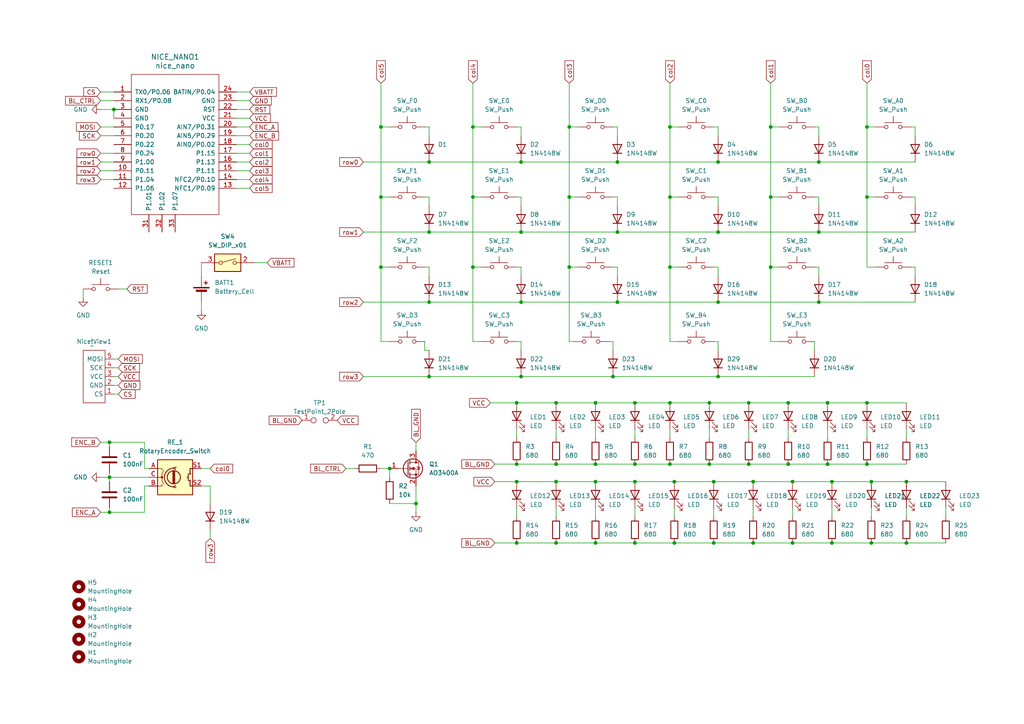
<source format=kicad_sch>
(kicad_sch (version 20230121) (generator eeschema)
  (paper "A4")
  (junction (at 31.75 128.27))
  (junction (at 241.3 139.7))
  (junction (at 124.46 109.22))
  (junction (at 194.31 116.84))
  (junction (at 184.15 134.62))
  (junction (at 124.46 67.31))
  (junction (at 151.13 87.63))
  (junction (at 161.29 157.48))
  (junction (at 124.46 87.63))
  (junction (at 184.15 139.7))
  (junction (at 237.49 87.63))
  (junction (at 252.73 139.7))
  (junction (at 237.49 67.31))
  (junction (at 237.49 46.99))
  (junction (at 217.17 116.84))
  (junction (at 31.75 148.59))
  (junction (at 194.31 134.62))
  (junction (at 149.86 139.7))
  (junction (at 240.03 134.62))
  (junction (at 195.58 139.7))
  (junction (at 151.13 109.22))
  (junction (at 205.74 134.62))
  (junction (at 217.17 134.62))
  (junction (at 184.15 116.84))
  (junction (at 124.46 46.99))
  (junction (at 113.03 135.89))
  (junction (at 207.01 139.7))
  (junction (at 172.72 116.84))
  (junction (at 149.86 157.48))
  (junction (at 262.89 157.48))
  (junction (at 179.07 46.99))
  (junction (at 251.46 116.84))
  (junction (at 223.52 57.15))
  (junction (at 194.31 57.15))
  (junction (at 228.6 134.62))
  (junction (at 251.46 134.62))
  (junction (at 223.52 36.83))
  (junction (at 241.3 157.48))
  (junction (at 165.1 77.47))
  (junction (at 179.07 87.63))
  (junction (at 262.89 139.7))
  (junction (at 165.1 57.15))
  (junction (at 251.46 36.83))
  (junction (at 240.03 116.84))
  (junction (at 149.86 134.62))
  (junction (at 184.15 157.48))
  (junction (at 161.29 116.84))
  (junction (at 207.01 157.48))
  (junction (at 252.73 157.48))
  (junction (at 208.28 109.22))
  (junction (at 120.65 146.05))
  (junction (at 218.44 157.48))
  (junction (at 208.28 46.99))
  (junction (at 165.1 36.83))
  (junction (at 137.16 57.15))
  (junction (at 179.07 67.31))
  (junction (at 137.16 36.83))
  (junction (at 195.58 157.48))
  (junction (at 151.13 46.99))
  (junction (at 251.46 57.15))
  (junction (at 194.31 77.47))
  (junction (at 33.02 31.75))
  (junction (at 161.29 134.62))
  (junction (at 205.74 116.84))
  (junction (at 177.8 109.22))
  (junction (at 149.86 116.84))
  (junction (at 218.44 139.7))
  (junction (at 194.31 36.83))
  (junction (at 151.13 67.31))
  (junction (at 110.49 36.83))
  (junction (at 208.28 67.31))
  (junction (at 110.49 57.15))
  (junction (at 223.52 77.47))
  (junction (at 172.72 139.7))
  (junction (at 229.87 157.48))
  (junction (at 137.16 77.47))
  (junction (at 208.28 87.63))
  (junction (at 228.6 116.84))
  (junction (at 31.75 138.43))
  (junction (at 110.49 77.47))
  (junction (at 172.72 157.48))
  (junction (at 172.72 134.62))
  (junction (at 229.87 139.7))
  (junction (at 161.29 139.7))
  (wire (pts (xy 251.46 116.84) (xy 262.89 116.84)))
  (wire (pts (xy 237.49 57.15) (xy 237.49 59.69)))
  (wire (pts (xy 137.16 99.06) (xy 139.7 99.06)))
  (wire (pts (xy 194.31 36.83) (xy 196.85 36.83)))
  (wire (pts (xy 31.75 128.27) (xy 31.75 129.54)))
  (wire (pts (xy 124.46 77.47) (xy 124.46 80.01)))
  (wire (pts (xy 143.51 139.7) (xy 149.86 139.7)))
  (wire (pts (xy 110.49 36.83) (xy 110.49 57.15)))
  (wire (pts (xy 228.6 116.84) (xy 240.03 116.84)))
  (wire (pts (xy 165.1 57.15) (xy 165.1 77.47)))
  (wire (pts (xy 240.03 134.62) (xy 251.46 134.62)))
  (wire (pts (xy 110.49 36.83) (xy 113.03 36.83)))
  (wire (pts (xy 252.73 157.48) (xy 262.89 157.48)))
  (wire (pts (xy 124.46 87.63) (xy 151.13 87.63)))
  (wire (pts (xy 29.21 39.37) (xy 33.02 39.37)))
  (wire (pts (xy 165.1 77.47) (xy 167.64 77.47)))
  (wire (pts (xy 205.74 116.84) (xy 217.17 116.84)))
  (wire (pts (xy 68.58 54.61) (xy 72.39 54.61)))
  (wire (pts (xy 68.58 52.07) (xy 72.39 52.07)))
  (wire (pts (xy 120.65 146.05) (xy 120.65 148.59)))
  (wire (pts (xy 236.22 36.83) (xy 237.49 36.83)))
  (wire (pts (xy 123.19 101.6) (xy 123.19 99.06)))
  (wire (pts (xy 29.21 138.43) (xy 31.75 138.43)))
  (wire (pts (xy 236.22 57.15) (xy 237.49 57.15)))
  (wire (pts (xy 33.02 31.75) (xy 33.02 34.29)))
  (wire (pts (xy 179.07 57.15) (xy 179.07 59.69)))
  (wire (pts (xy 120.65 128.27) (xy 120.65 130.81)))
  (wire (pts (xy 29.21 26.67) (xy 33.02 26.67)))
  (wire (pts (xy 68.58 36.83) (xy 72.39 36.83)))
  (wire (pts (xy 194.31 57.15) (xy 194.31 77.47)))
  (wire (pts (xy 123.19 36.83) (xy 124.46 36.83)))
  (wire (pts (xy 229.87 157.48) (xy 241.3 157.48)))
  (wire (pts (xy 41.91 140.97) (xy 43.18 140.97)))
  (wire (pts (xy 172.72 124.46) (xy 172.72 127)))
  (wire (pts (xy 265.43 36.83) (xy 265.43 39.37)))
  (wire (pts (xy 184.15 157.48) (xy 195.58 157.48)))
  (wire (pts (xy 143.51 157.48) (xy 149.86 157.48)))
  (wire (pts (xy 207.01 139.7) (xy 218.44 139.7)))
  (wire (pts (xy 110.49 99.06) (xy 113.03 99.06)))
  (wire (pts (xy 142.24 116.84) (xy 149.86 116.84)))
  (wire (pts (xy 236.22 99.06) (xy 236.22 101.6)))
  (wire (pts (xy 252.73 147.32) (xy 252.73 149.86)))
  (wire (pts (xy 58.42 140.97) (xy 60.96 140.97)))
  (wire (pts (xy 184.15 147.32) (xy 184.15 149.86)))
  (wire (pts (xy 151.13 109.22) (xy 177.8 109.22)))
  (wire (pts (xy 208.28 46.99) (xy 237.49 46.99)))
  (wire (pts (xy 149.86 116.84) (xy 161.29 116.84)))
  (wire (pts (xy 262.89 139.7) (xy 274.32 139.7)))
  (wire (pts (xy 184.15 139.7) (xy 195.58 139.7)))
  (wire (pts (xy 195.58 139.7) (xy 207.01 139.7)))
  (wire (pts (xy 237.49 87.63) (xy 265.43 87.63)))
  (wire (pts (xy 161.29 147.32) (xy 161.29 149.86)))
  (wire (pts (xy 223.52 77.47) (xy 226.06 77.47)))
  (wire (pts (xy 137.16 77.47) (xy 137.16 99.06)))
  (wire (pts (xy 68.58 49.53) (xy 72.39 49.53)))
  (wire (pts (xy 123.19 77.47) (xy 124.46 77.47)))
  (wire (pts (xy 31.75 137.16) (xy 31.75 138.43)))
  (wire (pts (xy 110.49 77.47) (xy 113.03 77.47)))
  (wire (pts (xy 262.89 157.48) (xy 274.32 157.48)))
  (wire (pts (xy 184.15 124.46) (xy 184.15 127)))
  (wire (pts (xy 229.87 139.7) (xy 241.3 139.7)))
  (wire (pts (xy 251.46 57.15) (xy 251.46 77.47)))
  (wire (pts (xy 31.75 138.43) (xy 31.75 139.7)))
  (wire (pts (xy 60.96 140.97) (xy 60.96 146.05)))
  (wire (pts (xy 194.31 77.47) (xy 196.85 77.47)))
  (wire (pts (xy 194.31 116.84) (xy 205.74 116.84)))
  (wire (pts (xy 217.17 124.46) (xy 217.17 127)))
  (wire (pts (xy 262.89 147.32) (xy 262.89 149.86)))
  (wire (pts (xy 223.52 36.83) (xy 223.52 57.15)))
  (wire (pts (xy 165.1 36.83) (xy 167.64 36.83)))
  (wire (pts (xy 34.29 83.82) (xy 36.83 83.82)))
  (wire (pts (xy 241.3 139.7) (xy 252.73 139.7)))
  (wire (pts (xy 151.13 36.83) (xy 151.13 39.37)))
  (wire (pts (xy 29.21 49.53) (xy 33.02 49.53)))
  (wire (pts (xy 161.29 134.62) (xy 172.72 134.62)))
  (wire (pts (xy 137.16 57.15) (xy 137.16 77.47)))
  (wire (pts (xy 105.41 87.63) (xy 124.46 87.63)))
  (wire (pts (xy 237.49 36.83) (xy 237.49 39.37)))
  (wire (pts (xy 29.21 46.99) (xy 33.02 46.99)))
  (wire (pts (xy 262.89 124.46) (xy 262.89 127)))
  (wire (pts (xy 110.49 57.15) (xy 110.49 77.47)))
  (wire (pts (xy 33.02 114.3) (xy 34.29 114.3)))
  (wire (pts (xy 241.3 147.32) (xy 241.3 149.86)))
  (wire (pts (xy 177.8 99.06) (xy 177.8 101.6)))
  (wire (pts (xy 165.1 57.15) (xy 167.64 57.15)))
  (wire (pts (xy 149.86 124.46) (xy 149.86 127)))
  (wire (pts (xy 31.75 128.27) (xy 41.91 128.27)))
  (wire (pts (xy 240.03 124.46) (xy 240.03 127)))
  (wire (pts (xy 177.8 36.83) (xy 179.07 36.83)))
  (wire (pts (xy 161.29 124.46) (xy 161.29 127)))
  (wire (pts (xy 179.07 46.99) (xy 208.28 46.99)))
  (wire (pts (xy 194.31 99.06) (xy 196.85 99.06)))
  (wire (pts (xy 172.72 157.48) (xy 184.15 157.48)))
  (wire (pts (xy 137.16 77.47) (xy 139.7 77.47)))
  (wire (pts (xy 33.02 106.68) (xy 34.29 106.68)))
  (wire (pts (xy 124.46 57.15) (xy 124.46 59.69)))
  (wire (pts (xy 165.1 36.83) (xy 165.1 57.15)))
  (wire (pts (xy 100.33 135.89) (xy 102.87 135.89)))
  (wire (pts (xy 149.86 77.47) (xy 151.13 77.47)))
  (wire (pts (xy 208.28 77.47) (xy 208.28 80.01)))
  (wire (pts (xy 172.72 139.7) (xy 184.15 139.7)))
  (wire (pts (xy 228.6 124.46) (xy 228.6 127)))
  (wire (pts (xy 207.01 36.83) (xy 208.28 36.83)))
  (wire (pts (xy 137.16 36.83) (xy 137.16 57.15)))
  (wire (pts (xy 31.75 148.59) (xy 41.91 148.59)))
  (wire (pts (xy 223.52 99.06) (xy 226.06 99.06)))
  (wire (pts (xy 41.91 148.59) (xy 41.91 140.97)))
  (wire (pts (xy 68.58 29.21) (xy 72.39 29.21)))
  (wire (pts (xy 184.15 134.62) (xy 194.31 134.62)))
  (wire (pts (xy 124.46 46.99) (xy 151.13 46.99)))
  (wire (pts (xy 207.01 147.32) (xy 207.01 149.86)))
  (wire (pts (xy 58.42 135.89) (xy 60.96 135.89)))
  (wire (pts (xy 33.02 109.22) (xy 34.29 109.22)))
  (wire (pts (xy 29.21 148.59) (xy 31.75 148.59)))
  (wire (pts (xy 194.31 36.83) (xy 194.31 57.15)))
  (wire (pts (xy 208.28 99.06) (xy 208.28 101.6)))
  (wire (pts (xy 165.1 99.06) (xy 166.37 99.06)))
  (wire (pts (xy 208.28 67.31) (xy 237.49 67.31)))
  (wire (pts (xy 172.72 116.84) (xy 184.15 116.84)))
  (wire (pts (xy 68.58 26.67) (xy 72.39 26.67)))
  (wire (pts (xy 218.44 139.7) (xy 229.87 139.7)))
  (wire (pts (xy 264.16 36.83) (xy 265.43 36.83)))
  (wire (pts (xy 151.13 99.06) (xy 151.13 101.6)))
  (wire (pts (xy 184.15 116.84) (xy 194.31 116.84)))
  (wire (pts (xy 223.52 24.13) (xy 223.52 36.83)))
  (wire (pts (xy 251.46 77.47) (xy 254 77.47)))
  (wire (pts (xy 207.01 157.48) (xy 218.44 157.48)))
  (wire (pts (xy 123.19 57.15) (xy 124.46 57.15)))
  (wire (pts (xy 229.87 147.32) (xy 229.87 149.86)))
  (wire (pts (xy 208.28 36.83) (xy 208.28 39.37)))
  (wire (pts (xy 241.3 157.48) (xy 252.73 157.48)))
  (wire (pts (xy 240.03 116.84) (xy 251.46 116.84)))
  (wire (pts (xy 29.21 29.21) (xy 33.02 29.21)))
  (wire (pts (xy 194.31 24.13) (xy 194.31 36.83)))
  (wire (pts (xy 177.8 77.47) (xy 179.07 77.47)))
  (wire (pts (xy 208.28 87.63) (xy 237.49 87.63)))
  (wire (pts (xy 223.52 77.47) (xy 223.52 99.06)))
  (wire (pts (xy 251.46 36.83) (xy 251.46 57.15)))
  (wire (pts (xy 237.49 67.31) (xy 265.43 67.31)))
  (wire (pts (xy 110.49 135.89) (xy 113.03 135.89)))
  (wire (pts (xy 194.31 124.46) (xy 194.31 127)))
  (wire (pts (xy 149.86 36.83) (xy 151.13 36.83)))
  (wire (pts (xy 236.22 77.47) (xy 237.49 77.47)))
  (wire (pts (xy 137.16 36.83) (xy 139.7 36.83)))
  (wire (pts (xy 68.58 31.75) (xy 72.39 31.75)))
  (wire (pts (xy 194.31 77.47) (xy 194.31 99.06)))
  (wire (pts (xy 251.46 24.13) (xy 251.46 36.83)))
  (wire (pts (xy 149.86 147.32) (xy 149.86 149.86)))
  (wire (pts (xy 207.01 57.15) (xy 208.28 57.15)))
  (wire (pts (xy 124.46 109.22) (xy 151.13 109.22)))
  (wire (pts (xy 41.91 128.27) (xy 41.91 135.89)))
  (wire (pts (xy 217.17 134.62) (xy 228.6 134.62)))
  (wire (pts (xy 177.8 57.15) (xy 179.07 57.15)))
  (wire (pts (xy 29.21 52.07) (xy 33.02 52.07)))
  (wire (pts (xy 110.49 24.13) (xy 110.49 36.83)))
  (wire (pts (xy 24.13 83.82) (xy 24.13 86.36)))
  (wire (pts (xy 110.49 77.47) (xy 110.49 99.06)))
  (wire (pts (xy 172.72 147.32) (xy 172.72 149.86)))
  (wire (pts (xy 105.41 46.99) (xy 124.46 46.99)))
  (wire (pts (xy 105.41 67.31) (xy 124.46 67.31)))
  (wire (pts (xy 105.41 109.22) (xy 124.46 109.22)))
  (wire (pts (xy 172.72 134.62) (xy 184.15 134.62)))
  (wire (pts (xy 251.46 36.83) (xy 254 36.83)))
  (wire (pts (xy 137.16 24.13) (xy 137.16 36.83)))
  (wire (pts (xy 73.66 76.2) (xy 77.47 76.2)))
  (wire (pts (xy 151.13 57.15) (xy 151.13 59.69)))
  (wire (pts (xy 179.07 77.47) (xy 179.07 80.01)))
  (wire (pts (xy 60.96 153.67) (xy 60.96 156.21)))
  (wire (pts (xy 205.74 124.46) (xy 205.74 127)))
  (wire (pts (xy 207.01 99.06) (xy 208.28 99.06)))
  (wire (pts (xy 223.52 57.15) (xy 223.52 77.47)))
  (wire (pts (xy 252.73 139.7) (xy 262.89 139.7)))
  (wire (pts (xy 194.31 134.62) (xy 205.74 134.62)))
  (wire (pts (xy 179.07 36.83) (xy 179.07 39.37)))
  (wire (pts (xy 236.22 109.22) (xy 208.28 109.22)))
  (wire (pts (xy 179.07 67.31) (xy 208.28 67.31)))
  (wire (pts (xy 29.21 44.45) (xy 33.02 44.45)))
  (wire (pts (xy 113.03 135.89) (xy 113.03 138.43)))
  (wire (pts (xy 124.46 67.31) (xy 151.13 67.31)))
  (wire (pts (xy 68.58 39.37) (xy 72.39 39.37)))
  (wire (pts (xy 151.13 77.47) (xy 151.13 80.01)))
  (wire (pts (xy 68.58 46.99) (xy 72.39 46.99)))
  (wire (pts (xy 218.44 147.32) (xy 218.44 149.86)))
  (wire (pts (xy 29.21 128.27) (xy 31.75 128.27)))
  (wire (pts (xy 137.16 57.15) (xy 139.7 57.15)))
  (wire (pts (xy 151.13 99.06) (xy 149.86 99.06)))
  (wire (pts (xy 237.49 77.47) (xy 237.49 80.01)))
  (wire (pts (xy 251.46 57.15) (xy 254 57.15)))
  (wire (pts (xy 223.52 36.83) (xy 226.06 36.83)))
  (wire (pts (xy 143.51 134.62) (xy 149.86 134.62)))
  (wire (pts (xy 149.86 134.62) (xy 161.29 134.62)))
  (wire (pts (xy 58.42 76.2) (xy 58.42 80.01)))
  (wire (pts (xy 151.13 67.31) (xy 179.07 67.31)))
  (wire (pts (xy 161.29 139.7) (xy 172.72 139.7)))
  (wire (pts (xy 251.46 124.46) (xy 251.46 127)))
  (wire (pts (xy 264.16 57.15) (xy 265.43 57.15)))
  (wire (pts (xy 151.13 46.99) (xy 179.07 46.99)))
  (wire (pts (xy 31.75 138.43) (xy 43.18 138.43)))
  (wire (pts (xy 68.58 44.45) (xy 72.39 44.45)))
  (wire (pts (xy 41.91 135.89) (xy 43.18 135.89)))
  (wire (pts (xy 29.21 31.75) (xy 33.02 31.75)))
  (wire (pts (xy 58.42 87.63) (xy 58.42 90.17)))
  (wire (pts (xy 149.86 157.48) (xy 161.29 157.48)))
  (wire (pts (xy 33.02 111.76) (xy 34.29 111.76)))
  (wire (pts (xy 177.8 109.22) (xy 208.28 109.22)))
  (wire (pts (xy 274.32 147.32) (xy 274.32 149.86)))
  (wire (pts (xy 120.65 140.97) (xy 120.65 146.05)))
  (wire (pts (xy 161.29 157.48) (xy 172.72 157.48)))
  (wire (pts (xy 264.16 77.47) (xy 265.43 77.47)))
  (wire (pts (xy 265.43 77.47) (xy 265.43 80.01)))
  (wire (pts (xy 149.86 139.7) (xy 161.29 139.7)))
  (wire (pts (xy 113.03 146.05) (xy 120.65 146.05)))
  (wire (pts (xy 195.58 157.48) (xy 207.01 157.48)))
  (wire (pts (xy 194.31 57.15) (xy 196.85 57.15)))
  (wire (pts (xy 223.52 57.15) (xy 226.06 57.15)))
  (wire (pts (xy 110.49 57.15) (xy 113.03 57.15)))
  (wire (pts (xy 217.17 116.84) (xy 228.6 116.84)))
  (wire (pts (xy 33.02 104.14) (xy 34.29 104.14)))
  (wire (pts (xy 176.53 99.06) (xy 177.8 99.06)))
  (wire (pts (xy 208.28 57.15) (xy 208.28 59.69)))
  (wire (pts (xy 179.07 87.63) (xy 208.28 87.63)))
  (wire (pts (xy 124.46 101.6) (xy 123.19 101.6)))
  (wire (pts (xy 207.01 77.47) (xy 208.28 77.47)))
  (wire (pts (xy 151.13 87.63) (xy 179.07 87.63)))
  (wire (pts (xy 31.75 147.32) (xy 31.75 148.59)))
  (wire (pts (xy 165.1 24.13) (xy 165.1 36.83)))
  (wire (pts (xy 237.49 46.99) (xy 265.43 46.99)))
  (wire (pts (xy 195.58 147.32) (xy 195.58 149.86)))
  (wire (pts (xy 218.44 157.48) (xy 229.87 157.48)))
  (wire (pts (xy 228.6 134.62) (xy 240.03 134.62)))
  (wire (pts (xy 205.74 134.62) (xy 217.17 134.62)))
  (wire (pts (xy 124.46 36.83) (xy 124.46 39.37)))
  (wire (pts (xy 265.43 57.15) (xy 265.43 59.69)))
  (wire (pts (xy 161.29 116.84) (xy 172.72 116.84)))
  (wire (pts (xy 251.46 134.62) (xy 262.89 134.62)))
  (wire (pts (xy 165.1 77.47) (xy 165.1 99.06)))
  (wire (pts (xy 149.86 57.15) (xy 151.13 57.15)))
  (wire (pts (xy 68.58 41.91) (xy 72.39 41.91)))
  (wire (pts (xy 68.58 34.29) (xy 72.39 34.29)))
  (wire (pts (xy 29.21 36.83) (xy 33.02 36.83)))
  (global_label "VCC" (shape input) (at 142.24 116.84 180) (property "Intersheetrefs" "${INTERSHEET_REFS}" (effects hide)))
  (global_label "BL_CTRL" (shape input) (at 100.33 135.89 180) (property "Intersheetrefs" "${INTERSHEET_REFS}" (effects hide)))
  (global_label "row2" (shape input) (at 105.41 87.63 180) (property "Intersheetrefs" "${INTERSHEET_REFS}" (effects hide)))
  (global_label "MOSI" (shape input) (at 29.21 36.83 180) (property "Intersheetrefs" "${INTERSHEET_REFS}" (effects hide)))
  (global_label "ENC_A" (shape input) (at 72.39 36.83 0) (property "Intersheetrefs" "${INTERSHEET_REFS}" (effects hide)))
  (global_label "col0" (shape input) (at 60.96 135.89 0) (property "Intersheetrefs" "${INTERSHEET_REFS}" (effects hide)))
  (global_label "VCC" (shape input) (at 34.29 109.22 0) (property "Intersheetrefs" "${INTERSHEET_REFS}" (effects hide)))
  (global_label "BL_GND" (shape input) (at 143.51 157.48 180) (property "Intersheetrefs" "${INTERSHEET_REFS}" (effects hide)))
  (global_label "RST" (shape input) (at 72.39 31.75 0) (property "Intersheetrefs" "${INTERSHEET_REFS}" (effects hide)))
  (global_label "row3" (shape input) (at 105.41 109.22 180) (property "Intersheetrefs" "${INTERSHEET_REFS}" (effects hide)))
  (global_label "row3" (shape input) (at 60.96 156.21 270) (property "Intersheetrefs" "${INTERSHEET_REFS}" (effects hide)))
  (global_label "CS" (shape input) (at 34.29 114.3 0) (property "Intersheetrefs" "${INTERSHEET_REFS}" (effects hide)))
  (global_label "col3" (shape input) (at 165.1 24.13 90) (property "Intersheetrefs" "${INTERSHEET_REFS}" (effects hide)))
  (global_label "col5" (shape input) (at 72.39 54.61 0) (property "Intersheetrefs" "${INTERSHEET_REFS}" (effects hide)))
  (global_label "col2" (shape input) (at 72.39 46.99 0) (property "Intersheetrefs" "${INTERSHEET_REFS}" (effects hide)))
  (global_label "col1" (shape input) (at 72.39 44.45 0) (property "Intersheetrefs" "${INTERSHEET_REFS}" (effects hide)))
  (global_label "BL_GND" (shape input) (at 87.63 121.92 180) (property "Intersheetrefs" "${INTERSHEET_REFS}" (effects hide)))
  (global_label "col1" (shape input) (at 223.52 24.13 90) (property "Intersheetrefs" "${INTERSHEET_REFS}" (effects hide)))
  (global_label "BL_GND" (shape input) (at 143.51 134.62 180) (property "Intersheetrefs" "${INTERSHEET_REFS}" (effects hide)))
  (global_label "BL_GND" (shape input) (at 120.65 128.27 90) (property "Intersheetrefs" "${INTERSHEET_REFS}" (effects hide)))
  (global_label "VCC" (shape input) (at 72.39 34.29 0) (property "Intersheetrefs" "${INTERSHEET_REFS}" (effects hide)))
  (global_label "GND" (shape input) (at 34.29 111.76 0) (property "Intersheetrefs" "${INTERSHEET_REFS}" (effects hide)))
  (global_label "ENC_A" (shape input) (at 29.21 148.59 180) (property "Intersheetrefs" "${INTERSHEET_REFS}" (effects hide)))
  (global_label "col0" (shape input) (at 251.46 24.13 90) (property "Intersheetrefs" "${INTERSHEET_REFS}" (effects hide)))
  (global_label "VBATT" (shape input) (at 77.47 76.2 0) (property "Intersheetrefs" "${INTERSHEET_REFS}" (effects hide)))
  (global_label "GND" (shape input) (at 72.39 29.21 0) (property "Intersheetrefs" "${INTERSHEET_REFS}" (effects hide)))
  (global_label "SCK" (shape input) (at 29.21 39.37 180) (property "Intersheetrefs" "${INTERSHEET_REFS}" (effects hide)))
  (global_label "row0" (shape input) (at 29.21 44.45 180) (property "Intersheetrefs" "${INTERSHEET_REFS}" (effects hide)))
  (global_label "col4" (shape input) (at 137.16 24.13 90) (property "Intersheetrefs" "${INTERSHEET_REFS}" (effects hide)))
  (global_label "VCC" (shape input) (at 143.51 139.7 180) (property "Intersheetrefs" "${INTERSHEET_REFS}" (effects hide)))
  (global_label "RST" (shape input) (at 36.83 83.82 0) (property "Intersheetrefs" "${INTERSHEET_REFS}" (effects hide)))
  (global_label "row1" (shape input) (at 29.21 46.99 180) (property "Intersheetrefs" "${INTERSHEET_REFS}" (effects hide)))
  (global_label "BL_CTRL" (shape input) (at 29.21 29.21 180) (property "Intersheetrefs" "${INTERSHEET_REFS}" (effects hide)))
  (global_label "VCC" (shape input) (at 97.79 121.92 0) (property "Intersheetrefs" "${INTERSHEET_REFS}" (effects hide)))
  (global_label "SCK" (shape input) (at 34.29 106.68 0) (property "Intersheetrefs" "${INTERSHEET_REFS}" (effects hide)))
  (global_label "col4" (shape input) (at 72.39 52.07 0) (property "Intersheetrefs" "${INTERSHEET_REFS}" (effects hide)))
  (global_label "row2" (shape input) (at 29.21 49.53 180) (property "Intersheetrefs" "${INTERSHEET_REFS}" (effects hide)))
  (global_label "row0" (shape input) (at 105.41 46.99 180) (property "Intersheetrefs" "${INTERSHEET_REFS}" (effects hide)))
  (global_label "ENC_B" (shape input) (at 72.39 39.37 0) (property "Intersheetrefs" "${INTERSHEET_REFS}" (effects hide)))
  (global_label "col3" (shape input) (at 72.39 49.53 0) (property "Intersheetrefs" "${INTERSHEET_REFS}" (effects hide)))
  (global_label "VBATT" (shape input) (at 72.39 26.67 0) (property "Intersheetrefs" "${INTERSHEET_REFS}" (effects hide)))
  (global_label "MOSI" (shape input) (at 34.29 104.14 0) (property "Intersheetrefs" "${INTERSHEET_REFS}" (effects hide)))
  (global_label "col5" (shape input) (at 110.49 24.13 90) (property "Intersheetrefs" "${INTERSHEET_REFS}" (effects hide)))
  (global_label "ENC_B" (shape input) (at 29.21 128.27 180) (property "Intersheetrefs" "${INTERSHEET_REFS}" (effects hide)))
  (global_label "row1" (shape input) (at 105.41 67.31 180) (property "Intersheetrefs" "${INTERSHEET_REFS}" (effects hide)))
  (global_label "row3" (shape input) (at 29.21 52.07 180) (property "Intersheetrefs" "${INTERSHEET_REFS}" (effects hide)))
  (global_label "col0" (shape input) (at 72.39 41.91 0) (property "Intersheetrefs" "${INTERSHEET_REFS}" (effects hide)))
  (global_label "col2" (shape input) (at 194.31 24.13 90) (property "Intersheetrefs" "${INTERSHEET_REFS}" (effects hide)))
  (global_label "CS" (shape input) (at 29.21 26.67 180) (property "Intersheetrefs" "${INTERSHEET_REFS}" (effects hide)))
  (symbol (lib_id "RolioSymbols:PG1350_Socket") (at 231.14 36.83 0) (unit 1)
    (property "Reference" "SW_B0" (at 231.14 29.21 0))
    (property "Value" "SW_Push" (at 231.14 31.75 0))
    (property "Footprint" "RolioSymbols:Kailh_socket_PG1350" (effects hide))
  )
  (symbol (lib_id "Diode:1N4148W") (at 124.46 63.5 90) (unit 1)
    (property "Reference" "D7" (at 127 62.23 90) (effects (justify right)))
    (property "Value" "1N4148W" (at 127 64.77 90) (effects (justify right)))
    (property "Footprint" "Diode_SMD:D_SOD-123" (effects hide))
    (property "Datasheet" "https://www.vishay.com/docs/85748/1n4148w.pdf" (effects hide))
    (property "Sim.Device" "D" (effects hide))
    (property "Sim.Pins" "1=K 2=A" (effects hide))
  )
  (symbol (lib_id "Device:LED") (at 149.86 120.65 90) (unit 1)
    (property "Reference" "LED1" (at 153.67 120.9675 90) (effects (justify right)))
    (property "Value" "LED" (at 153.67 123.5075 90) (effects (justify right)))
    (property "Footprint" "LED_SMD:LED_0805_2012Metric" (effects hide))
  )
  (symbol (lib_id "Device:R") (at 161.29 130.81 180) (unit 1)
    (property "Reference" "R4" (at 163.83 129.54 0) (effects (justify right)))
    (property "Value" "680" (at 163.83 132.08 0) (effects (justify right)))
    (property "Footprint" "Resistor_SMD:R_0805_2012Metric" (effects hide))
  )
  (symbol (lib_id "Diode:1N4148W") (at 151.13 105.41 90) (unit 1)
    (property "Reference" "D22" (at 153.67 104.14 90) (effects (justify right)))
    (property "Value" "1N4148W" (at 153.67 106.68 90) (effects (justify right)))
    (property "Footprint" "Diode_SMD:D_SOD-123" (effects hide))
    (property "Datasheet" "https://www.vishay.com/docs/85748/1n4148w.pdf" (effects hide))
    (property "Sim.Device" "D" (effects hide))
    (property "Sim.Pins" "1=K 2=A" (effects hide))
  )
  (symbol (lib_id "RolioSymbols:PG1350_Socket") (at 171.45 99.06 0) (unit 1)
    (property "Reference" "SW_B3" (at 171.45 91.44 0))
    (property "Value" "SW_Push" (at 171.45 93.98 0))
    (property "Footprint" "RolioSymbols:Kailh_socket_PG1350" (effects hide))
  )
  (symbol (lib_id "Device:R") (at 217.17 130.81 180) (unit 1)
    (property "Reference" "R9" (at 219.71 129.54 0) (effects (justify right)))
    (property "Value" "680" (at 219.71 132.08 0) (effects (justify right)))
    (property "Footprint" "Resistor_SMD:R_0805_2012Metric" (effects hide))
  )
  (symbol (lib_id "Device:R") (at 106.68 135.89 90) (unit 1)
    (property "Reference" "R1" (at 106.68 129.54 90))
    (property "Value" "470" (at 106.68 132.08 90))
    (property "Footprint" "Resistor_SMD:R_0805_2012Metric" (effects hide))
  )
  (symbol (lib_id "Switch:SW_Push") (at 29.21 83.82 0) (unit 1)
    (property "Reference" "RESET1" (at 29.21 76.2 0))
    (property "Value" "Reset" (at 29.21 78.74 0))
    (property "Footprint" "Button_Switch_SMD:SW_Tactile_SPST_NO_Straight_CK_PTS636Sx25SMTRLFS" (effects hide))
  )
  (symbol (lib_id "Diode:1N4148W") (at 124.46 105.41 90) (unit 1)
    (property "Reference" "D21" (at 127 104.14 90) (effects (justify right)))
    (property "Value" "1N4148W" (at 127 106.68 90) (effects (justify right)))
    (property "Footprint" "Diode_SMD:D_SOD-123" (effects hide))
    (property "Datasheet" "https://www.vishay.com/docs/85748/1n4148w.pdf" (effects hide))
    (property "Sim.Device" "D" (effects hide))
    (property "Sim.Pins" "1=K 2=A" (effects hide))
  )
  (symbol (lib_id "Device:R") (at 241.3 153.67 180) (unit 1)
    (property "Reference" "R22" (at 243.84 152.4 0) (effects (justify right)))
    (property "Value" "680" (at 243.84 154.94 0) (effects (justify right)))
    (property "Footprint" "Resistor_SMD:R_0805_2012Metric" (effects hide))
  )
  (symbol (lib_id "Diode:1N4148W") (at 208.28 105.41 90) (unit 1)
    (property "Reference" "D29" (at 210.82 104.14 90) (effects (justify right)))
    (property "Value" "1N4148W" (at 210.82 106.68 90) (effects (justify right)))
    (property "Footprint" "Diode_SMD:D_SOD-123" (effects hide))
    (property "Datasheet" "https://www.vishay.com/docs/85748/1n4148w.pdf" (effects hide))
    (property "Sim.Device" "D" (effects hide))
    (property "Sim.Pins" "1=K 2=A" (effects hide))
  )
  (symbol (lib_id "Device:LED") (at 274.32 143.51 90) (unit 1)
    (property "Reference" "LED23" (at 278.13 143.8275 90) (effects (justify right)))
    (property "Value" "LED" (at 278.13 146.3675 90) (effects (justify right)))
    (property "Footprint" "LED_SMD:LED_0805_2012Metric" (effects hide))
  )
  (symbol (lib_id "power:GND") (at 120.65 148.59 0) (unit 1)
    (property "Reference" "#PWR03" (effects hide))
    (property "Value" "GND" (at 120.65 153.67 0))
  )
  (symbol (lib_id "Diode:1N4148W") (at 177.8 105.41 90) (unit 1)
    (property "Reference" "D23" (at 180.34 104.14 90) (effects (justify right)))
    (property "Value" "1N4148W" (at 180.34 106.68 90) (effects (justify right)))
    (property "Footprint" "Diode_SMD:D_SOD-123" (effects hide))
    (property "Datasheet" "https://www.vishay.com/docs/85748/1n4148w.pdf" (effects hide))
    (property "Sim.Device" "D" (effects hide))
    (property "Sim.Pins" "1=K 2=A" (effects hide))
  )
  (symbol (lib_id "NiceView:NiceView") (at 27.94 109.22 0) (unit 1)
    (property "Reference" "Nice!View1" (at 27.305 99.06 0))
    (property "Value" "~" (at 26.67 100.33 0))
    (property "Footprint" "Connector_PinHeader_2.54mm:PinHeader_1x05_P2.54mm_Vertical" (effects hide))
  )
  (symbol (lib_id "RolioSymbols:PG1350_Socket") (at 259.08 77.47 0) (unit 1)
    (property "Reference" "SW_A2" (at 259.08 69.85 0))
    (property "Value" "SW_Push" (at 259.08 72.39 0))
    (property "Footprint" "RolioSymbols:Kailh_socket_PG1350" (effects hide))
  )
  (symbol (lib_id "Device:R") (at 207.01 153.67 180) (unit 1)
    (property "Reference" "R19" (at 209.55 152.4 0) (effects (justify right)))
    (property "Value" "680" (at 209.55 154.94 0) (effects (justify right)))
    (property "Footprint" "Resistor_SMD:R_0805_2012Metric" (effects hide))
  )
  (symbol (lib_id "Device:R") (at 251.46 130.81 180) (unit 1)
    (property "Reference" "R12" (at 254 129.54 0) (effects (justify right)))
    (property "Value" "680" (at 254 132.08 0) (effects (justify right)))
    (property "Footprint" "Resistor_SMD:R_0805_2012Metric" (effects hide))
  )
  (symbol (lib_id "RolioSymbols:PG1350_Socket") (at 118.11 57.15 0) (unit 1)
    (property "Reference" "SW_F1" (at 118.11 49.53 0))
    (property "Value" "SW_Push" (at 118.11 52.07 0))
    (property "Footprint" "RolioSymbols:Kailh_socket_PG1350" (effects hide))
  )
  (symbol (lib_id "RolioSymbols:PG1350_Socket") (at 172.72 77.47 0) (unit 1)
    (property "Reference" "SW_D2" (at 172.72 69.85 0))
    (property "Value" "SW_Push" (at 172.72 72.39 0))
    (property "Footprint" "RolioSymbols:Kailh_socket_PG1350" (effects hide))
  )
  (symbol (lib_id "Device:R") (at 172.72 153.67 180) (unit 1)
    (property "Reference" "R16" (at 175.26 152.4 0) (effects (justify right)))
    (property "Value" "680" (at 175.26 154.94 0) (effects (justify right)))
    (property "Footprint" "Resistor_SMD:R_0805_2012Metric" (effects hide))
  )
  (symbol (lib_id "Device:R") (at 252.73 153.67 180) (unit 1)
    (property "Reference" "R23" (at 255.27 152.4 0) (effects (justify right)))
    (property "Value" "680" (at 255.27 154.94 0) (effects (justify right)))
    (property "Footprint" "Resistor_SMD:R_0805_2012Metric" (effects hide))
  )
  (symbol (lib_id "Device:R") (at 262.89 130.81 180) (unit 1)
    (property "Reference" "R13" (at 265.43 129.54 0) (effects (justify right)))
    (property "Value" "680" (at 265.43 132.08 0) (effects (justify right)))
    (property "Footprint" "Resistor_SMD:R_0805_2012Metric" (effects hide))
  )
  (symbol (lib_id "Device:R") (at 194.31 130.81 180) (unit 1)
    (property "Reference" "R7" (at 196.85 129.54 0) (effects (justify right)))
    (property "Value" "680" (at 196.85 132.08 0) (effects (justify right)))
    (property "Footprint" "Resistor_SMD:R_0805_2012Metric" (effects hide))
  )
  (symbol (lib_id "Diode:1N4148W") (at 124.46 43.18 90) (unit 1)
    (property "Reference" "D1" (at 127 41.91 90) (effects (justify right)))
    (property "Value" "1N4148W" (effects hide))
    (property "Footprint" "Diode_SMD:D_SOD-123" (effects hide))
    (property "Datasheet" "https://www.vishay.com/docs/85748/1n4148w.pdf" (effects hide))
    (property "Sim.Device" "D" (effects hide))
    (property "Sim.Pins" "1=K 2=A" (effects hide))
  )
  (symbol (lib_id "Mechanical:MountingHole") (at 22.86 180.34 0) (unit 1)
    (property "Reference" "H3" (at 25.4 179.07 0) (effects (justify left)))
    (property "Value" "MountingHole" (at 25.4 181.61 0) (effects (justify left)))
    (property "Footprint" "MountingHole:MountingHole_4.3mm_M4" (effects hide))
  )
  (symbol (lib_id "Mechanical:MountingHole") (at 22.86 185.42 0) (unit 1)
    (property "Reference" "H2" (at 25.4 184.15 0) (effects (justify left)))
    (property "Value" "MountingHole" (at 25.4 186.69 0) (effects (justify left)))
    (property "Footprint" "MountingHole:MountingHole_4.3mm_M4" (effects hide))
  )
  (symbol (lib_id "Diode:1N4148W") (at 179.07 63.5 90) (unit 1)
    (property "Reference" "D9" (at 181.61 62.23 90) (effects (justify right)))
    (property "Value" "1N4148W" (at 181.61 64.77 90) (effects (justify right)))
    (property "Footprint" "Diode_SMD:D_SOD-123" (effects hide))
    (property "Datasheet" "https://www.vishay.com/docs/85748/1n4148w.pdf" (effects hide))
    (property "Sim.Device" "D" (effects hide))
    (property "Sim.Pins" "1=K 2=A" (effects hide))
  )
  (symbol (lib_id "Device:LED") (at 161.29 143.51 90) (unit 1)
    (property "Reference" "LED13" (at 165.1 143.8275 90) (effects (justify right)))
    (property "Value" "LED" (at 165.1 146.3675 90) (effects (justify right)))
    (property "Footprint" "LED_SMD:LED_0805_2012Metric" (effects hide))
  )
  (symbol (lib_id "Diode:1N4148W") (at 208.28 43.18 90) (unit 1)
    (property "Reference" "D4" (at 210.82 41.91 90) (effects (justify right)))
    (property "Value" "1N4148W" (at 210.82 44.45 90) (effects (justify right)))
    (property "Footprint" "Diode_SMD:D_SOD-123" (effects hide))
    (property "Datasheet" "https://www.vishay.com/docs/85748/1n4148w.pdf" (effects hide))
    (property "Sim.Device" "D" (effects hide))
    (property "Sim.Pins" "1=K 2=A" (effects hide))
  )
  (symbol (lib_id "Diode:1N4148W") (at 151.13 43.18 90) (unit 1)
    (property "Reference" "D2" (at 153.67 41.91 90) (effects (justify right)))
    (property "Value" "1N4148W" (at 153.67 44.45 90) (effects (justify right)))
    (property "Footprint" "Diode_SMD:D_SOD-123" (effects hide))
    (property "Datasheet" "https://www.vishay.com/docs/85748/1n4148w.pdf" (effects hide))
    (property "Sim.Device" "D" (effects hide))
    (property "Sim.Pins" "1=K 2=A" (effects hide))
  )
  (symbol (lib_id "Device:R") (at 218.44 153.67 180) (unit 1)
    (property "Reference" "R20" (at 220.98 152.4 0) (effects (justify right)))
    (property "Value" "680" (at 220.98 154.94 0) (effects (justify right)))
    (property "Footprint" "Resistor_SMD:R_0805_2012Metric" (effects hide))
  )
  (symbol (lib_id "Device:LED") (at 228.6 120.65 90) (unit 1)
    (property "Reference" "LED8" (at 232.41 120.9675 90) (effects (justify right)))
    (property "Value" "LED" (at 232.41 123.5075 90) (effects (justify right)))
    (property "Footprint" "LED_SMD:LED_0805_2012Metric" (effects hide))
  )
  (symbol (lib_id "Diode:1N4148W") (at 179.07 43.18 90) (unit 1)
    (property "Reference" "D3" (at 181.61 41.91 90) (effects (justify right)))
    (property "Value" "1N4148W" (at 181.61 44.45 90) (effects (justify right)))
    (property "Footprint" "Diode_SMD:D_SOD-123" (effects hide))
    (property "Datasheet" "https://www.vishay.com/docs/85748/1n4148w.pdf" (effects hide))
    (property "Sim.Device" "D" (effects hide))
    (property "Sim.Pins" "1=K 2=A" (effects hide))
  )
  (symbol (lib_id "RolioSymbols:PG1350_Socket") (at 144.78 77.47 0) (unit 1)
    (property "Reference" "SW_E2" (at 144.78 69.85 0))
    (property "Value" "SW_Push" (at 144.78 72.39 0))
    (property "Footprint" "RolioSymbols:Kailh_socket_PG1350" (effects hide))
  )
  (symbol (lib_id "RolioSymbols:PG1350_Socket") (at 201.93 57.15 0) (unit 1)
    (property "Reference" "SW_C1" (at 201.93 49.53 0))
    (property "Value" "SW_Push" (at 201.93 52.07 0))
    (property "Footprint" "RolioSymbols:Kailh_socket_PG1350" (effects hide))
  )
  (symbol (lib_id "Diode:1N4148W") (at 151.13 83.82 90) (unit 1)
    (property "Reference" "D14" (at 153.67 82.55 90) (effects (justify right)))
    (property "Value" "1N4148W" (at 153.67 85.09 90) (effects (justify right)))
    (property "Footprint" "Diode_SMD:D_SOD-123" (effects hide))
    (property "Datasheet" "https://www.vishay.com/docs/85748/1n4148w.pdf" (effects hide))
    (property "Sim.Device" "D" (effects hide))
    (property "Sim.Pins" "1=K 2=A" (effects hide))
  )
  (symbol (lib_id "Switch:SW_DIP_x01") (at 66.04 76.2 0) (unit 1)
    (property "Reference" "SW4" (at 66.04 68.58 0))
    (property "Value" "SW_DIP_x01" (at 66.04 71.12 0))
    (property "Footprint" "Button_Switch_SMD:SW_SPDT_PCM12" (effects hide))
  )
  (symbol (lib_id "power:GND") (at 29.21 31.75 270) (unit 1)
    (property "Reference" "#PWR05" (effects hide))
    (property "Value" "GND" (at 25.4 31.75 90) (effects (justify right)))
  )
  (symbol (lib_id "RolioSymbols:PG1350_Socket") (at 118.11 77.47 0) (unit 1)
    (property "Reference" "SW_F2" (at 118.11 69.85 0))
    (property "Value" "SW_Push" (at 118.11 72.39 0))
    (property "Footprint" "RolioSymbols:Kailh_socket_PG1350" (effects hide))
  )
  (symbol (lib_id "Device:R") (at 262.89 153.67 180) (unit 1)
    (property "Reference" "R24" (at 265.43 152.4 0) (effects (justify right)))
    (property "Value" "680" (at 265.43 154.94 0) (effects (justify right)))
    (property "Footprint" "Resistor_SMD:R_0805_2012Metric" (effects hide))
  )
  (symbol (lib_id "Device:R") (at 149.86 130.81 180) (unit 1)
    (property "Reference" "R3" (at 152.4 129.54 0) (effects (justify right)))
    (property "Value" "680" (at 152.4 132.08 0) (effects (justify right)))
    (property "Footprint" "Resistor_SMD:R_0805_2012Metric" (effects hide))
  )
  (symbol (lib_id "Device:LED") (at 184.15 120.65 90) (unit 1)
    (property "Reference" "LED4" (at 187.96 120.9675 90) (effects (justify right)))
    (property "Value" "LED" (at 187.96 123.5075 90) (effects (justify right)))
    (property "Footprint" "LED_SMD:LED_0805_2012Metric" (effects hide))
  )
  (symbol (lib_id "Device:R") (at 229.87 153.67 180) (unit 1)
    (property "Reference" "R21" (at 232.41 152.4 0) (effects (justify right)))
    (property "Value" "680" (at 232.41 154.94 0) (effects (justify right)))
    (property "Footprint" "Resistor_SMD:R_0805_2012Metric" (effects hide))
  )
  (symbol (lib_id "RolioSymbols:PG1350_Socket") (at 144.78 36.83 0) (unit 1)
    (property "Reference" "SW_E0" (at 144.78 29.21 0))
    (property "Value" "SW_Push" (at 144.78 31.75 0))
    (property "Footprint" "RolioSymbols:Kailh_socket_PG1350" (effects hide))
  )
  (symbol (lib_id "Device:LED") (at 194.31 120.65 90) (unit 1)
    (property "Reference" "LED5" (at 198.12 120.9675 90) (effects (justify right)))
    (property "Value" "LED" (at 198.12 123.5075 90) (effects (justify right)))
    (property "Footprint" "LED_SMD:LED_0805_2012Metric" (effects hide))
  )
  (symbol (lib_id "Device:R") (at 184.15 130.81 180) (unit 1)
    (property "Reference" "R6" (at 186.69 129.54 0) (effects (justify right)))
    (property "Value" "680" (at 186.69 132.08 0) (effects (justify right)))
    (property "Footprint" "Resistor_SMD:R_0805_2012Metric" (effects hide))
  )
  (symbol (lib_id "RolioSymbols:PG1350_Socket") (at 172.72 57.15 0) (unit 1)
    (property "Reference" "SW_D1" (at 172.72 49.53 0))
    (property "Value" "SW_Push" (at 172.72 52.07 0))
    (property "Footprint" "RolioSymbols:Kailh_socket_PG1350" (effects hide))
  )
  (symbol (lib_id "Connector:TestPoint_2Pole") (at 92.71 121.92 0) (unit 1)
    (property "Reference" "TP1" (at 92.71 116.84 0))
    (property "Value" "TestPoint_2Pole" (at 92.71 119.38 0))
    (property "Footprint" "RolioSymbols:Test Pads" (effects hide))
  )
  (symbol (lib_id "Device:LED") (at 241.3 143.51 90) (unit 1)
    (property "Reference" "LED20" (at 245.11 143.8275 90) (effects (justify right)))
    (property "Value" "LED" (at 245.11 146.3675 90) (effects (justify right)))
    (property "Footprint" "LED_SMD:LED_0805_2012Metric" (effects hide))
  )
  (symbol (lib_id "RolioSymbols:PG1350_Socket") (at 144.78 57.15 0) (unit 1)
    (property "Reference" "SW_E1" (at 144.78 49.53 0))
    (property "Value" "SW_Push" (at 144.78 52.07 0))
    (property "Footprint" "RolioSymbols:Kailh_socket_PG1350" (effects hide))
  )
  (symbol (lib_id "Device:LED") (at 229.87 143.51 90) (unit 1)
    (property "Reference" "LED19" (at 233.68 143.8275 90) (effects (justify right)))
    (property "Value" "LED" (at 233.68 146.3675 90) (effects (justify right)))
    (property "Footprint" "LED_SMD:LED_0805_2012Metric" (effects hide))
  )
  (symbol (lib_id "Diode:1N4148W") (at 237.49 63.5 90) (unit 1)
    (property "Reference" "D11" (at 240.03 62.23 90) (effects (justify right)))
    (property "Value" "1N4148W" (at 240.03 64.77 90) (effects (justify right)))
    (property "Footprint" "Diode_SMD:D_SOD-123" (effects hide))
    (property "Datasheet" "https://www.vishay.com/docs/85748/1n4148w.pdf" (effects hide))
    (property "Sim.Device" "D" (effects hide))
    (property "Sim.Pins" "1=K 2=A" (effects hide))
  )
  (symbol (lib_id "RolioSymbols:PG1350_Socket") (at 172.72 36.83 0) (unit 1)
    (property "Reference" "SW_D0" (at 172.72 29.21 0))
    (property "Value" "SW_Push" (at 172.72 31.75 0))
    (property "Footprint" "RolioSymbols:Kailh_socket_PG1350" (effects hide))
  )
  (symbol (lib_id "RolioSymbols:PG1350_Socket") (at 118.11 99.06 0) (unit 1)
    (property "Reference" "SW_D3" (at 118.11 91.44 0))
    (property "Value" "SW_Push" (at 118.11 93.98 0))
    (property "Footprint" "RolioSymbols:Kailh_socket_PG1350" (effects hide))
  )
  (symbol (lib_id "Diode:1N4148W") (at 265.43 63.5 90) (unit 1)
    (property "Reference" "D12" (at 267.97 62.23 90) (effects (justify right)))
    (property "Value" "1N4148W" (at 267.97 64.77 90) (effects (justify right)))
    (property "Footprint" "Diode_SMD:D_SOD-123" (effects hide))
    (property "Datasheet" "https://www.vishay.com/docs/85748/1n4148w.pdf" (effects hide))
    (property "Sim.Device" "D" (effects hide))
    (property "Sim.Pins" "1=K 2=A" (effects hide))
  )
  (symbol (lib_id "RolioSymbols:EVQWGD001") (at 50.8 138.43 0) (unit 1)
    (property "Reference" "RE_1" (at 50.8 128.27 0))
    (property "Value" "RotaryEncoder_Switch" (at 50.8 130.81 0))
    (property "Footprint" "RolioSymbols:EVQWGD001" (effects hide))
  )
  (symbol (lib_id "Diode:1N4148W") (at 237.49 43.18 90) (unit 1)
    (property "Reference" "D5" (at 240.03 41.91 90) (effects (justify right)))
    (property "Value" "1N4148W" (at 240.03 44.45 90) (effects (justify right)))
    (property "Footprint" "Diode_SMD:D_SOD-123" (effects hide))
    (property "Datasheet" "https://www.vishay.com/docs/85748/1n4148w.pdf" (effects hide))
    (property "Sim.Device" "D" (effects hide))
    (property "Sim.Pins" "1=K 2=A" (effects hide))
  )
  (symbol (lib_id "Device:LED") (at 172.72 120.65 90) (unit 1)
    (property "Reference" "LED3" (at 176.53 120.9675 90) (effects (justify right)))
    (property "Value" "LED" (at 176.53 123.5075 90) (effects (justify right)))
    (property "Footprint" "LED_SMD:LED_0805_2012Metric" (effects hide))
  )
  (symbol (lib_id "Diode:1N4148W") (at 124.46 83.82 90) (unit 1)
    (property "Reference" "D13" (at 127 82.55 90) (effects (justify right)))
    (property "Value" "1N4148W" (at 127 85.09 90) (effects (justify right)))
    (property "Footprint" "Diode_SMD:D_SOD-123" (effects hide))
    (property "Datasheet" "https://www.vishay.com/docs/85748/1n4148w.pdf" (effects hide))
    (property "Sim.Device" "D" (effects hide))
    (property "Sim.Pins" "1=K 2=A" (effects hide))
  )
  (symbol (lib_id "Device:R") (at 228.6 130.81 180) (unit 1)
    (property "Reference" "R10" (at 231.14 129.54 0) (effects (justify right)))
    (property "Value" "680" (at 231.14 132.08 0) (effects (justify right)))
    (property "Footprint" "Resistor_SMD:R_0805_2012Metric" (effects hide))
  )
  (symbol (lib_id "RolioSymbols:PG1350_Socket") (at 144.78 99.06 0) (unit 1)
    (property "Reference" "SW_C3" (at 144.78 91.44 0))
    (property "Value" "SW_Push" (at 144.78 93.98 0))
    (property "Footprint" "RolioSymbols:Kailh_socket_PG1350" (effects hide))
  )
  (symbol (lib_id "RolioSymbols:PG1350_Socket") (at 201.93 99.06 0) (unit 1)
    (property "Reference" "SW_B4" (at 201.93 91.44 0))
    (property "Value" "SW_Push" (at 201.93 93.98 0))
    (property "Footprint" "RolioSymbols:Kailh_socket_PG1350" (effects hide))
  )
  (symbol (lib_id "Device:LED") (at 252.73 143.51 90) (unit 1)
    (property "Reference" "LED21" (at 256.54 143.8275 90) (effects (justify right)))
    (property "Value" "LED" (at 256.54 146.3675 90) (effects (justify right)))
    (property "Footprint" "LED_SMD:LED_0805_2012Metric" (effects hide))
  )
  (symbol (lib_id "Device:R") (at 161.29 153.67 180) (unit 1)
    (property "Reference" "R15" (at 163.83 152.4 0) (effects (justify right)))
    (property "Value" "680" (at 163.83 154.94 0) (effects (justify right)))
    (property "Footprint" "Resistor_SMD:R_0805_2012Metric" (effects hide))
  )
  (symbol (lib_id "Diode:1N4148W") (at 179.07 83.82 90) (unit 1)
    (property "Reference" "D15" (at 181.61 82.55 90) (effects (justify right)))
    (property "Value" "1N4148W" (at 181.61 85.09 90) (effects (justify right)))
    (property "Footprint" "Diode_SMD:D_SOD-123" (effects hide))
    (property "Datasheet" "https://www.vishay.com/docs/85748/1n4148w.pdf" (effects hide))
    (property "Sim.Device" "D" (effects hide))
    (property "Sim.Pins" "1=K 2=A" (effects hide))
  )
  (symbol (lib_id "power:GND") (at 58.42 90.17 0) (unit 1)
    (property "Reference" "#PWR04" (effects hide))
    (property "Value" "GND" (at 58.42 95.25 0))
  )
  (symbol (lib_id "power:GND") (at 29.21 138.43 270) (unit 1)
    (property "Reference" "#PWR02" (effects hide))
    (property "Value" "GND" (at 25.4 138.43 90) (effects (justify right)))
  )
  (symbol (lib_id "RolioSymbols:PG1350_Socket") (at 231.14 99.06 0) (unit 1)
    (property "Reference" "SW_E3" (at 231.14 91.44 0))
    (property "Value" "SW_Push" (at 231.14 93.98 0))
    (property "Footprint" "RolioSymbols:Kailh_socket_PG1350" (effects hide))
  )
  (symbol (lib_id "Device:C") (at 31.75 133.35 0) (unit 1)
    (property "Reference" "C1" (at 35.56 132.08 0) (effects (justify left)))
    (property "Value" "100nF" (at 35.56 134.62 0) (effects (justify left)))
    (property "Footprint" "Capacitor_SMD:C_0805_2012Metric_Pad1.18x1.45mm_HandSolder" (effects hide))
  )
  (symbol (lib_id "Diode:1N4148W") (at 236.22 105.41 90) (unit 1)
    (property "Reference" "D20" (at 238.76 104.14 90) (effects (justify right)))
    (property "Value" "1N4148W" (at 238.76 106.68 90) (effects (justify right)))
    (property "Footprint" "Diode_SMD:D_SOD-123" (effects hide))
    (property "Datasheet" "https://www.vishay.com/docs/85748/1n4148w.pdf" (effects hide))
    (property "Sim.Device" "D" (effects hide))
    (property "Sim.Pins" "1=K 2=A" (effects hide))
  )
  (symbol (lib_id "Device:LED") (at 217.17 120.65 90) (unit 1)
    (property "Reference" "LED7" (at 220.98 120.9675 90) (effects (justify right)))
    (property "Value" "LED" (at 220.98 123.5075 90) (effects (justify right)))
    (property "Footprint" "LED_SMD:LED_0805_2012Metric" (effects hide))
  )
  (symbol (lib_id "Mechanical:MountingHole") (at 22.86 170.18 0) (unit 1)
    (property "Reference" "H5" (at 25.4 168.91 0) (effects (justify left)))
    (property "Value" "MountingHole" (at 25.4 171.45 0) (effects (justify left)))
    (property "Footprint" "MountingHole:MountingHole_4.3mm_M4" (effects hide))
  )
  (symbol (lib_id "Device:LED") (at 218.44 143.51 90) (unit 1)
    (property "Reference" "LED18" (at 222.25 143.8275 90) (effects (justify right)))
    (property "Value" "LED" (at 222.25 146.3675 90) (effects (justify right)))
    (property "Footprint" "LED_SMD:LED_0805_2012Metric" (effects hide))
  )
  (symbol (lib_id "Device:LED") (at 251.46 120.65 90) (unit 1)
    (property "Reference" "LED10" (at 255.27 120.9675 90) (effects (justify right)))
    (property "Value" "LED" (at 255.27 123.5075 90) (effects (justify right)))
    (property "Footprint" "LED_SMD:LED_0805_2012Metric" (effects hide))
  )
  (symbol (lib_id "Diode:1N4148W") (at 265.43 43.18 90) (unit 1)
    (property "Reference" "D6" (at 267.97 41.91 90) (effects (justify right)))
    (property "Value" "1N4148W" (at 267.97 44.45 90) (effects (justify right)))
    (property "Footprint" "Diode_SMD:D_SOD-123" (effects hide))
    (property "Datasheet" "https://www.vishay.com/docs/85748/1n4148w.pdf" (effects hide))
    (property "Sim.Device" "D" (effects hide))
    (property "Sim.Pins" "1=K 2=A" (effects hide))
  )
  (symbol (lib_id "Device:R") (at 149.86 153.67 180) (unit 1)
    (property "Reference" "R14" (at 152.4 152.4 0) (effects (justify right)))
    (property "Value" "680" (at 152.4 154.94 0) (effects (justify right)))
    (property "Footprint" "Resistor_SMD:R_0805_2012Metric" (effects hide))
  )
  (symbol (lib_id "Device:C") (at 31.75 143.51 0) (unit 1)
    (property "Reference" "C2" (at 35.56 142.24 0) (effects (justify left)))
    (property "Value" "100nF" (at 35.56 144.78 0) (effects (justify left)))
    (property "Footprint" "Capacitor_SMD:C_0805_2012Metric_Pad1.18x1.45mm_HandSolder" (effects hide))
  )
  (symbol (lib_id "RolioSymbols:PG1350_Socket") (at 201.93 77.47 0) (unit 1)
    (property "Reference" "SW_C2" (at 201.93 69.85 0))
    (property "Value" "SW_Push" (at 201.93 72.39 0))
    (property "Footprint" "RolioSymbols:Kailh_socket_PG1350" (effects hide))
  )
  (symbol (lib_id "RolioSymbols:PG1350_Socket") (at 259.08 57.15 0) (unit 1)
    (property "Reference" "SW_A1" (at 259.08 49.53 0))
    (property "Value" "SW_Push" (at 259.08 52.07 0))
    (property "Footprint" "RolioSymbols:Kailh_socket_PG1350" (effects hide))
  )
  (symbol (lib_id "Device:R") (at 172.72 130.81 180) (unit 1)
    (property "Reference" "R5" (at 175.26 129.54 0) (effects (justify right)))
    (property "Value" "680" (at 175.26 132.08 0) (effects (justify right)))
    (property "Footprint" "Resistor_SMD:R_0805_2012Metric" (effects hide))
  )
  (symbol (lib_id "RolioSymbols:PG1350_Socket") (at 231.14 77.47 0) (unit 1)
    (property "Reference" "SW_B2" (at 231.14 69.85 0))
    (property "Value" "SW_Push" (at 231.14 72.39 0))
    (property "Footprint" "RolioSymbols:Kailh_socket_PG1350" (effects hide))
  )
  (symbol (lib_id "RolioSymbols:PG1350_Socket") (at 231.14 57.15 0) (unit 1)
    (property "Reference" "SW_B1" (at 231.14 49.53 0))
    (property "Value" "SW_Push" (at 231.14 52.07 0))
    (property "Footprint" "RolioSymbols:Kailh_socket_PG1350" (effects hide))
  )
  (symbol (lib_id "Diode:1N4148W") (at 265.43 83.82 90) (unit 1)
    (property "Reference" "D18" (at 267.97 82.55 90) (effects (justify right)))
    (property "Value" "1N4148W" (at 267.97 85.09 90) (effects (justify right)))
    (property "Footprint" "Diode_SMD:D_SOD-123" (effects hide))
    (property "Datasheet" "https://www.vishay.com/docs/85748/1n4148w.pdf" (effects hide))
    (property "Sim.Device" "D" (effects hide))
    (property "Sim.Pins" "1=K 2=A" (effects hide))
  )
  (symbol (lib_id "RolioSymbols:PG1350_Socket") (at 201.93 36.83 0) (unit 1)
    (property "Reference" "SW_C0" (at 201.93 29.21 0))
    (property "Value" "SW_Push" (at 201.93 31.75 0))
    (property "Footprint" "RolioSymbols:Kailh_socket_PG1350" (effects hide))
  )
  (symbol (lib_id "Device:R") (at 274.32 153.67 180) (unit 1)
    (property "Reference" "R25" (at 276.86 152.4 0) (effects (justify right)))
    (property "Value" "680" (at 276.86 154.94 0) (effects (justify right)))
    (property "Footprint" "Resistor_SMD:R_0805_2012Metric" (effects hide))
  )
  (symbol (lib_id "Device:LED") (at 172.72 143.51 90) (unit 1)
    (property "Reference" "LED14" (at 176.53 143.8275 90) (effects (justify right)))
    (property "Value" "LED" (at 176.53 146.3675 90) (effects (justify right)))
    (property "Footprint" "LED_SMD:LED_0805_2012Metric" (effects hide))
  )
  (symbol (lib_id "Transistor_FET:AO3400A") (at 118.11 135.89 0) (unit 1)
    (property "Reference" "Q1" (at 124.46 134.62 0) (effects (justify left)))
    (property "Value" "AO3400A" (at 124.46 137.16 0) (effects (justify left)))
    (property "Footprint" "Package_TO_SOT_SMD:SOT-23" (effects hide))
    (property "Datasheet" "http://www.aosmd.com/pdfs/datasheet/AO3400A.pdf" (effects hide))
  )
  (symbol (lib_id "RolioSymbols:PG1350_Socket") (at 118.11 36.83 0) (unit 1)
    (property "Reference" "SW_F0" (at 118.11 29.21 0))
    (property "Value" "SW_Push" (at 118.11 31.75 0))
    (property "Footprint" "RolioSymbols:Kailh_socket_PG1350" (effects hide))
  )
  (symbol (lib_id "Device:LED") (at 149.86 143.51 90) (unit 1)
    (property "Reference" "LED12" (at 153.67 143.8275 90) (effects (justify right)))
    (property "Value" "LED" (at 153.67 146.3675 90) (effects (justify right)))
    (property "Footprint" "LED_SMD:LED_0805_2012Metric" (effects hide))
  )
  (symbol (lib_id "Diode:1N4148W") (at 151.13 63.5 90) (unit 1)
    (property "Reference" "D8" (at 153.67 62.23 90) (effects (justify right)))
    (property "Value" "1N4148W" (at 153.67 64.77 90) (effects (justify right)))
    (property "Footprint" "Diode_SMD:D_SOD-123" (effects hide))
    (property "Datasheet" "https://www.vishay.com/docs/85748/1n4148w.pdf" (effects hide))
    (property "Sim.Device" "D" (effects hide))
    (property "Sim.Pins" "1=K 2=A" (effects hide))
  )
  (symbol (lib_id "Mechanical:MountingHole") (at 22.86 175.26 0) (unit 1)
    (property "Reference" "H4" (at 25.4 173.99 0) (effects (justify left)))
    (property "Value" "MountingHole" (at 25.4 176.53 0) (effects (justify left)))
    (property "Footprint" "MountingHole:MountingHole_4.3mm_M4" (effects hide))
  )
  (symbol (lib_id "Device:R") (at 113.03 142.24 180) (unit 1)
    (property "Reference" "R2" (at 115.57 140.97 0) (effects (justify right)))
    (property "Value" "10k" (at 115.57 143.51 0) (effects (justify right)))
    (property "Footprint" "Resistor_SMD:R_0805_2012Metric" (effects hide))
  )
  (symbol (lib_id "Device:R") (at 195.58 153.67 180) (unit 1)
    (property "Reference" "R18" (at 198.12 152.4 0) (effects (justify right)))
    (property "Value" "680" (at 198.12 154.94 0) (effects (justify right)))
    (property "Footprint" "Resistor_SMD:R_0805_2012Metric" (effects hide))
  )
  (symbol (lib_id "Device:LED") (at 207.01 143.51 90) (unit 1)
    (property "Reference" "LED17" (at 210.82 143.8275 90) (effects (justify right)))
    (property "Value" "LED" (at 210.82 146.3675 90) (effects (justify right)))
    (property "Footprint" "LED_SMD:LED_0805_2012Metric" (effects hide))
  )
  (symbol (lib_id "Device:Battery_Cell") (at 58.42 85.09 0) (unit 1)
    (property "Reference" "BATT1" (at 62.23 81.9785 0) (effects (justify left)))
    (property "Value" "Battery_Cell" (at 62.23 84.5185 0) (effects (justify left)))
    (property "Footprint" "Connector_PinHeader_2.00mm:PinHeader_1x02_P2.00mm_Vertical" (effects hide))
  )
  (symbol (lib_id "Device:R") (at 240.03 130.81 180) (unit 1)
    (property "Reference" "R11" (at 242.57 129.54 0) (effects (justify right)))
    (property "Value" "680" (at 242.57 132.08 0) (effects (justify right)))
    (property "Footprint" "Resistor_SMD:R_0805_2012Metric" (effects hide))
  )
  (symbol (lib_id "Device:R") (at 205.74 130.81 180) (unit 1)
    (property "Reference" "R8" (at 208.28 129.54 0) (effects (justify right)))
    (property "Value" "680" (at 208.28 132.08 0) (effects (justify right)))
    (property "Footprint" "Resistor_SMD:R_0805_2012Metric" (effects hide))
  )
  (symbol (lib_id "Device:LED") (at 262.89 143.51 90) (unit 1)
    (property "Reference" "LED22" (at 266.7 143.8275 90) (effects (justify right)))
    (property "Value" "LED" (at 266.7 146.3675 90) (effects (justify right)))
    (property "Footprint" "LED_SMD:LED_0805_2012Metric" (effects hide))
  )
  (symbol (lib_id "Device:R") (at 184.15 153.67 180) (unit 1)
    (property "Reference" "R17" (at 186.69 152.4 0) (effects (justify right)))
    (property "Value" "680" (at 186.69 154.94 0) (effects (justify right)))
    (property "Footprint" "Resistor_SMD:R_0805_2012Metric" (effects hide))
  )
  (symbol (lib_id "Device:LED") (at 262.89 120.65 90) (unit 1)
    (property "Reference" "LED11" (at 266.7 120.9675 90) (effects (justify right)))
    (property "Value" "LED" (at 266.7 123.5075 90) (effects (justify right)))
    (property "Footprint" "LED_SMD:LED_0805_2012Metric" (effects hide))
  )
  (symbol (lib_id "RolioSymbols:PG1350_Socket") (at 259.08 36.83 0) (unit 1)
    (property "Reference" "SW_A0" (at 259.08 29.21 0))
    (property "Value" "SW_Push" (at 259.08 31.75 0))
    (property "Footprint" "RolioSymbols:Kailh_socket_PG1350" (effects hide))
  )
  (symbol (lib_id "Device:LED") (at 240.03 120.65 90) (unit 1)
    (property "Reference" "LED9" (at 243.84 120.9675 90) (effects (justify right)))
    (property "Value" "LED" (at 243.84 123.5075 90) (effects (justify right)))
    (property "Footprint" "LED_SMD:LED_0805_2012Metric" (effects hide))
  )
  (symbol (lib_id "Device:LED") (at 205.74 120.65 90) (unit 1)
    (property "Reference" "LED6" (at 209.55 120.9675 90) (effects (justify right)))
    (property "Value" "LED" (at 209.55 123.5075 90) (effects (justify right)))
    (property "Footprint" "LED_SMD:LED_0805_2012Metric" (effects hide))
  )
  (symbol (lib_id "Mechanical:MountingHole") (at 22.86 190.5 0) (unit 1)
    (property "Reference" "H1" (at 25.4 189.23 0) (effects (justify left)))
    (property "Value" "MountingHole" (at 25.4 191.77 0) (effects (justify left)))
    (property "Footprint" "MountingHole:MountingHole_4.3mm_M4" (effects hide))
  )
  (symbol (lib_id "nice_nano:nice_nano") (at 50.8 40.64 0) (unit 1)
    (property "Reference" "NICE_NANO1" (at 50.8 16.51 0) (effects (font (size 1.524 1.524))))
    (property "Value" "nice_nano" (at 50.8 19.05 0) (effects (font (size 1.524 1.524))))
    (property "Footprint" "RolioSymbols:Nice Nano" (effects hide))
  )
  (symbol (lib_id "power:GND") (at 24.13 86.36 0) (unit 1)
    (property "Reference" "#PWR01" (effects hide))
    (property "Value" "GND" (at 24.13 91.44 0))
  )
  (symbol (lib_id "Diode:1N4148W") (at 60.96 149.86 90) (unit 1)
    (property "Reference" "D19" (at 63.5 148.59 90) (effects (justify right)))
    (property "Value" "1N4148W" (at 63.5 151.13 90) (effects (justify right)))
    (property "Footprint" "Diode_SMD:D_SOD-123" (effects hide))
    (property "Datasheet" "https://www.vishay.com/docs/85748/1n4148w.pdf" (effects hide))
    (property "Sim.Device" "D" (effects hide))
    (property "Sim.Pins" "1=K 2=A" (effects hide))
  )
  (symbol (lib_id "Device:LED") (at 161.29 120.65 90) (unit 1)
    (property "Reference" "LED2" (at 165.1 120.9675 90) (effects (justify right)))
    (property "Value" "LED" (at 165.1 123.5075 90) (effects (justify right)))
    (property "Footprint" "LED_SMD:LED_0805_2012Metric" (effects hide))
  )
  (symbol (lib_id "Diode:1N4148W") (at 237.49 83.82 90) (unit 1)
    (property "Reference" "D17" (at 240.03 82.55 90) (effects (justify right)))
    (property "Value" "1N4148W" (at 240.03 85.09 90) (effects (justify right)))
    (property "Footprint" "Diode_SMD:D_SOD-123" (effects hide))
    (property "Datasheet" "https://www.vishay.com/docs/85748/1n4148w.pdf" (effects hide))
    (property "Sim.Device" "D" (effects hide))
    (property "Sim.Pins" "1=K 2=A" (effects hide))
  )
  (symbol (lib_id "Diode:1N4148W") (at 208.28 83.82 90) (unit 1)
    (property "Reference" "D16" (at 210.82 82.55 90) (effects (justify right)))
    (property "Value" "1N4148W" (at 210.82 85.09 90) (effects (justify right)))
    (property "Footprint" "Diode_SMD:D_SOD-123" (effects hide))
    (property "Datasheet" "https://www.vishay.com/docs/85748/1n4148w.pdf" (effects hide))
    (property "Sim.Device" "D" (effects hide))
    (property "Sim.Pins" "1=K 2=A" (effects hide))
  )
  (symbol (lib_id "Diode:1N4148W") (at 208.28 63.5 90) (unit 1)
    (property "Reference" "D10" (at 210.82 62.23 90) (effects (justify right)))
    (property "Value" "1N4148W" (at 210.82 64.77 90) (effects (justify right)))
    (property "Footprint" "Diode_SMD:D_SOD-123" (effects hide))
    (property "Datasheet" "https://www.vishay.com/docs/85748/1n4148w.pdf" (effects hide))
    (property "Sim.Device" "D" (effects hide))
    (property "Sim.Pins" "1=K 2=A" (effects hide))
  )
  (symbol (lib_id "Device:LED") (at 195.58 143.51 90) (unit 1)
    (property "Reference" "LED16" (at 199.39 143.8275 90) (effects (justify right)))
    (property "Value" "LED" (at 199.39 146.3675 90) (effects (justify right)))
    (property "Footprint" "LED_SMD:LED_0805_2012Metric" (effects hide))
  )
  (symbol (lib_id "Device:LED") (at 184.15 143.51 90) (unit 1)
    (property "Reference" "LED15" (at 187.96 143.8275 90) (effects (justify right)))
    (property "Value" "LED" (at 187.96 146.3675 90) (effects (justify right)))
    (property "Footprint" "LED_SMD:LED_0805_2012Metric" (effects hide))
  )
)
</source>
